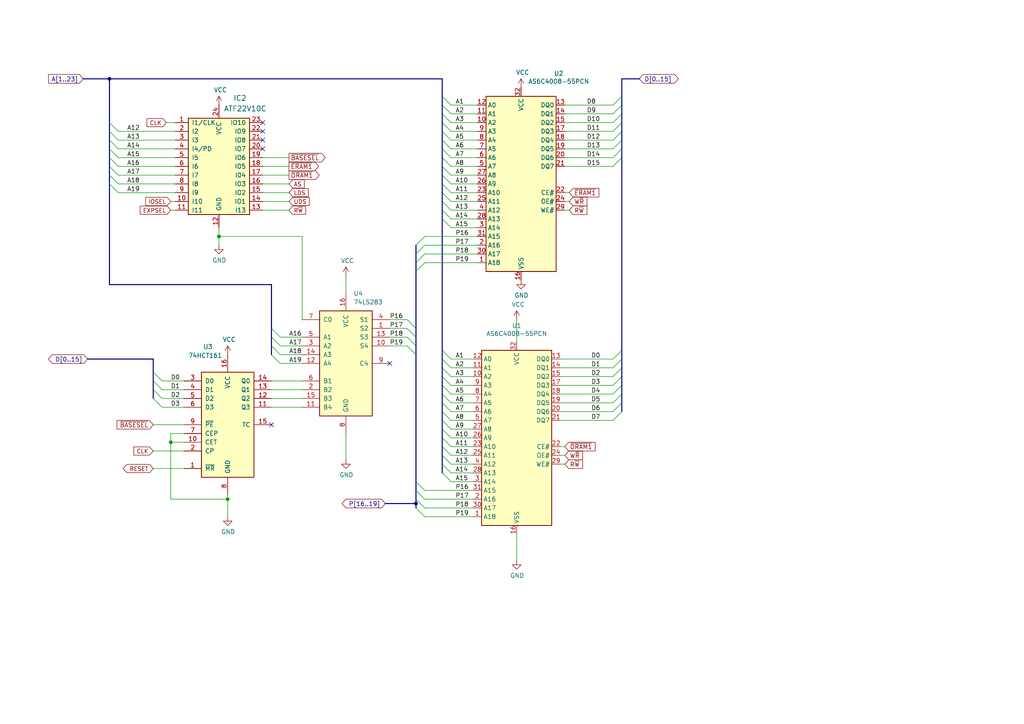
<source format=kicad_sch>
(kicad_sch (version 20231120) (generator "eeschema") (generator_version "8.0")
  (paper "A4")
  (lib_symbols
    (symbol "74xx:74LS161" (pin_names (offset 1.016))
      (property "Reference" "U" (at -7.62 16.51 0))
      (property "Value" "74LS161" (at -7.62 -16.51 0))
      (symbol "74LS161_1_0"
        (pin input line (at -12.7 -12.7 0) (length 5.08) (name "~{MR}") (number "1"))
        (pin input line (at -12.7 -5.08 0) (length 5.08) (name "CET") (number "10"))
        (pin output line (at 12.7 5.08 180) (length 5.08) (name "Q3") (number "11"))
        (pin output line (at 12.7 7.62 180) (length 5.08) (name "Q2") (number "12"))
        (pin output line (at 12.7 10.16 180) (length 5.08) (name "Q1") (number "13"))
        (pin output line (at 12.7 12.7 180) (length 5.08) (name "Q0") (number "14"))
        (pin output line (at 12.7 0 180) (length 5.08) (name "TC") (number "15"))
        (pin power_in line (at 0 20.32 270) (length 5.08) (name "VCC") (number "16"))
        (pin input line (at -12.7 -7.62 0) (length 5.08) (name "CP") (number "2"))
        (pin input line (at -12.7 12.7 0) (length 5.08) (name "D0") (number "3"))
        (pin input line (at -12.7 10.16 0) (length 5.08) (name "D1") (number "4"))
        (pin input line (at -12.7 7.62 0) (length 5.08) (name "D2") (number "5"))
        (pin input line (at -12.7 5.08 0) (length 5.08) (name "D3") (number "6"))
        (pin input line (at -12.7 -2.54 0) (length 5.08) (name "CEP") (number "7"))
        (pin power_in line (at 0 -20.32 90) (length 5.08) (name "GND") (number "8"))
        (pin input line (at -12.7 0 0) (length 5.08) (name "~{PE}") (number "9"))
      )
      (symbol "74LS161_1_1"
        (rectangle (start -7.62 15.24) (end 7.62 -15.24) (stroke (width 0.254)) (fill (type background)))
      )
    )
    (symbol "74xx:74LS283" (pin_names (offset 1.016))
      (property "Reference" "U" (at -7.62 16.51 0))
      (property "Value" "74LS283" (at -7.62 -16.51 0))
      (symbol "74LS283_1_0"
        (pin output line (at 12.7 10.16 180) (length 5.08) (name "S2") (number "1"))
        (pin output line (at 12.7 5.08 180) (length 5.08) (name "S4") (number "10"))
        (pin input line (at -12.7 -12.7 0) (length 5.08) (name "B4") (number "11"))
        (pin input line (at -12.7 0 0) (length 5.08) (name "A4") (number "12"))
        (pin output line (at 12.7 7.62 180) (length 5.08) (name "S3") (number "13"))
        (pin input line (at -12.7 2.54 0) (length 5.08) (name "A3") (number "14"))
        (pin input line (at -12.7 -10.16 0) (length 5.08) (name "B3") (number "15"))
        (pin power_in line (at 0 20.32 270) (length 5.08) (name "VCC") (number "16"))
        (pin input line (at -12.7 -7.62 0) (length 5.08) (name "B2") (number "2"))
        (pin input line (at -12.7 5.08 0) (length 5.08) (name "A2") (number "3"))
        (pin output line (at 12.7 12.7 180) (length 5.08) (name "S1") (number "4"))
        (pin input line (at -12.7 7.62 0) (length 5.08) (name "A1") (number "5"))
        (pin input line (at -12.7 -5.08 0) (length 5.08) (name "B1") (number "6"))
        (pin input line (at -12.7 12.7 0) (length 5.08) (name "C0") (number "7"))
        (pin power_in line (at 0 -20.32 90) (length 5.08) (name "GND") (number "8"))
        (pin output line (at 12.7 0 180) (length 5.08) (name "C4") (number "9"))
      )
      (symbol "74LS283_1_1"
        (rectangle (start -7.62 15.24) (end 7.62 -15.24) (stroke (width 0.254)) (fill (type background)))
      )
    )
    (symbol "Memory_RAM:AS6C4008-55PCN"
      (property "Reference" "U" (at -10.16 26.035 0))
      (property "Value" "AS6C4008-55PCN" (at 2.54 26.035 0))
      (symbol "AS6C4008-55PCN_0_0"
        (pin power_in line (at 0 -27.94 90) (length 2.54) (name "VSS") (number "16"))
        (pin power_in line (at 0 27.94 270) (length 2.54) (name "VCC") (number "32"))
      )
      (symbol "AS6C4008-55PCN_0_1"
        (rectangle (start -10.16 25.4) (end 10.16 -25.4) (stroke (width 0.254)) (fill (type background)))
      )
      (symbol "AS6C4008-55PCN_1_1"
        (pin input line (at -12.7 -22.86 0) (length 2.54) (name "A18") (number "1"))
        (pin input line (at -12.7 17.78 0) (length 2.54) (name "A2") (number "10"))
        (pin input line (at -12.7 20.32 0) (length 2.54) (name "A1") (number "11"))
        (pin input line (at -12.7 22.86 0) (length 2.54) (name "A0") (number "12"))
        (pin tri_state line (at 12.7 22.86 180) (length 2.54) (name "DQ0") (number "13"))
        (pin tri_state line (at 12.7 20.32 180) (length 2.54) (name "DQ1") (number "14"))
        (pin tri_state line (at 12.7 17.78 180) (length 2.54) (name "DQ2") (number "15"))
        (pin tri_state line (at 12.7 15.24 180) (length 2.54) (name "DQ3") (number "17"))
        (pin tri_state line (at 12.7 12.7 180) (length 2.54) (name "DQ4") (number "18"))
        (pin tri_state line (at 12.7 10.16 180) (length 2.54) (name "DQ5") (number "19"))
        (pin input line (at -12.7 -17.78 0) (length 2.54) (name "A16") (number "2"))
        (pin tri_state line (at 12.7 7.62 180) (length 2.54) (name "DQ6") (number "20"))
        (pin tri_state line (at 12.7 5.08 180) (length 2.54) (name "DQ7") (number "21"))
        (pin input line (at 12.7 -2.54 180) (length 2.54) (name "CE#") (number "22"))
        (pin input line (at -12.7 -2.54 0) (length 2.54) (name "A10") (number "23"))
        (pin input line (at 12.7 -5.08 180) (length 2.54) (name "OE#") (number "24"))
        (pin input line (at -12.7 -5.08 0) (length 2.54) (name "A11") (number "25"))
        (pin input line (at -12.7 0 0) (length 2.54) (name "A9") (number "26"))
        (pin input line (at -12.7 2.54 0) (length 2.54) (name "A8") (number "27"))
        (pin input line (at -12.7 -10.16 0) (length 2.54) (name "A13") (number "28"))
        (pin input line (at 12.7 -7.62 180) (length 2.54) (name "WE#") (number "29"))
        (pin input line (at -12.7 -12.7 0) (length 2.54) (name "A14") (number "3"))
        (pin input line (at -12.7 -20.32 0) (length 2.54) (name "A17") (number "30"))
        (pin input line (at -12.7 -15.24 0) (length 2.54) (name "A15") (number "31"))
        (pin input line (at -12.7 -7.62 0) (length 2.54) (name "A12") (number "4"))
        (pin input line (at -12.7 5.08 0) (length 2.54) (name "A7") (number "5"))
        (pin input line (at -12.7 7.62 0) (length 2.54) (name "A6") (number "6"))
        (pin input line (at -12.7 10.16 0) (length 2.54) (name "A5") (number "7"))
        (pin input line (at -12.7 12.7 0) (length 2.54) (name "A4") (number "8"))
        (pin input line (at -12.7 15.24 0) (length 2.54) (name "A3") (number "9"))
      )
    )
    (symbol "power:GND" (power) (pin_numbers hide) (pin_names (offset 0) hide)
      (property "Value" "GND" (at 0 -3.81 0))
      (symbol "GND_0_1"
        (polyline (pts (xy 0 0) (xy 0 -1.27) (xy 1.27 -1.27) (xy 0 -2.54) (xy -1.27 -1.27) (xy 0 -1.27)))
      )
      (symbol "GND_1_1"
        (pin power_in line (at 0 0 270) (length 0) (name "~") (number "1"))
      )
    )
    (symbol "power:VCC" (power) (pin_numbers hide) (pin_names (offset 0) hide)
      (property "Value" "VCC" (at 0 3.556 0))
      (symbol "VCC_0_1"
        (polyline (pts (xy -0.762 1.27) (xy 0 2.54)))
        (polyline (pts (xy 0 0) (xy 0 2.54)))
        (polyline (pts (xy 0 2.54) (xy 0.762 1.27)))
      )
      (symbol "VCC_1_1"
        (pin power_in line (at 0 0 90) (length 0) (name "~") (number "1"))
      )
    )
    (symbol "rosco_m68k-rescue:GAL22V10" (pin_names (offset 1.016))
      (property "Reference" "IC" (at -8.89 16.51 0))
      (property "Value" "GAL22V10" (at 1.27 16.51 0))
      (symbol "GAL22V10_0_0"
        (pin power_in line (at 0 -17.78 90) (length 3.81) (name "GND") (number "12"))
        (pin power_in line (at 0 17.78 270) (length 3.81) (name "VCC") (number "24"))
      )
      (symbol "GAL22V10_0_1"
        (rectangle (start -8.89 13.97) (end 8.89 -13.97) (stroke (width 0.254)) (fill (type background)))
      )
      (symbol "GAL22V10_1_1"
        (pin input line (at -12.7 12.7 0) (length 3.81) (name "I1/CLK") (number "1"))
        (pin input line (at -12.7 -10.16 0) (length 3.81) (name "I10") (number "10"))
        (pin input line (at -12.7 -12.7 0) (length 3.81) (name "I11") (number "11"))
        (pin input line (at 12.7 -12.7 180) (length 3.81) (name "I13") (number "13"))
        (pin bidirectional line (at 12.7 -10.16 180) (length 3.81) (name "IO1") (number "14"))
        (pin bidirectional line (at 12.7 -7.62 180) (length 3.81) (name "IO2") (number "15"))
        (pin bidirectional line (at 12.7 -5.08 180) (length 3.81) (name "IO3") (number "16"))
        (pin bidirectional line (at 12.7 -2.54 180) (length 3.81) (name "I04") (number "17"))
        (pin bidirectional line (at 12.7 0 180) (length 3.81) (name "IO5") (number "18"))
        (pin bidirectional line (at 12.7 2.54 180) (length 3.81) (name "IO6") (number "19"))
        (pin input line (at -12.7 10.16 0) (length 3.81) (name "I2") (number "2"))
        (pin bidirectional line (at 12.7 5.08 180) (length 3.81) (name "IO7") (number "20"))
        (pin bidirectional line (at 12.7 7.62 180) (length 3.81) (name "IO8") (number "21"))
        (pin bidirectional line (at 12.7 10.16 180) (length 3.81) (name "IO9") (number "22"))
        (pin bidirectional line (at 12.7 12.7 180) (length 3.81) (name "IO10") (number "23"))
        (pin input line (at -12.7 7.62 0) (length 3.81) (name "I3") (number "3"))
        (pin input line (at -12.7 5.08 0) (length 3.81) (name "I4/PD") (number "4"))
        (pin input line (at -12.7 2.54 0) (length 3.81) (name "I5") (number "5"))
        (pin input line (at -12.7 0 0) (length 3.81) (name "I6") (number "6"))
        (pin input line (at -12.7 -2.54 0) (length 3.81) (name "I7") (number "7"))
        (pin input line (at -12.7 -5.08 0) (length 3.81) (name "I8") (number "8"))
        (pin input line (at -12.7 -7.62 0) (length 3.81) (name "I9") (number "9"))
      )
    )
  )
  (junction (at 66.04 144.78))
  (junction (at 49.53 128.27))
  (junction (at 31.75 22.86))
  (junction (at 120.65 146.05))
  (junction (at 63.5 68.58))
  (no_connect (at 76.2 43.18))
  (no_connect (at 78.74 123.19))
  (no_connect (at 113.03 105.41))
  (no_connect (at 76.2 40.64))
  (no_connect (at 76.2 38.1))
  (no_connect (at 76.2 35.56))
  (bus_entry (at 128.27 48.26) (size 2.54 2.54))
  (bus_entry (at 128.27 121.92) (size 2.54 2.54))
  (bus_entry (at 128.27 53.34) (size 2.54 2.54))
  (bus_entry (at 128.27 134.62) (size 2.54 2.54))
  (bus_entry (at 177.8 121.92) (size 2.54 -2.54))
  (bus_entry (at 128.27 109.22) (size 2.54 2.54))
  (bus_entry (at 177.8 109.22) (size 2.54 -2.54))
  (bus_entry (at 177.8 48.26) (size 2.54 -2.54))
  (bus_entry (at 44.45 107.95) (size 2.54 2.54))
  (bus_entry (at 177.8 30.48) (size 2.54 -2.54))
  (bus_entry (at 120.65 71.12) (size 2.54 -2.54))
  (bus_entry (at 31.75 43.18) (size 2.54 2.54))
  (bus_entry (at 120.65 76.2) (size 2.54 -2.54))
  (bus_entry (at 128.27 127) (size 2.54 2.54))
  (bus_entry (at 31.75 40.64) (size 2.54 2.54))
  (bus_entry (at 177.8 119.38) (size 2.54 -2.54))
  (bus_entry (at 177.8 114.3) (size 2.54 -2.54))
  (bus_entry (at 44.45 113.03) (size 2.54 2.54))
  (bus_entry (at 128.27 106.68) (size 2.54 2.54))
  (bus_entry (at 177.8 38.1) (size 2.54 -2.54))
  (bus_entry (at 120.65 147.32) (size 2.54 2.54))
  (bus_entry (at 128.27 101.6) (size 2.54 2.54))
  (bus_entry (at 177.8 40.64) (size 2.54 -2.54))
  (bus_entry (at 177.8 33.02) (size 2.54 -2.54))
  (bus_entry (at 128.27 30.48) (size 2.54 2.54))
  (bus_entry (at 177.8 35.56) (size 2.54 -2.54))
  (bus_entry (at 128.27 124.46) (size 2.54 2.54))
  (bus_entry (at 44.45 115.57) (size 2.54 2.54))
  (bus_entry (at 128.27 116.84) (size 2.54 2.54))
  (bus_entry (at 120.65 73.66) (size 2.54 -2.54))
  (bus_entry (at 118.11 95.25) (size 2.54 2.54))
  (bus_entry (at 44.45 110.49) (size 2.54 2.54))
  (bus_entry (at 177.8 111.76) (size 2.54 -2.54))
  (bus_entry (at 128.27 60.96) (size 2.54 2.54))
  (bus_entry (at 128.27 45.72) (size 2.54 2.54))
  (bus_entry (at 128.27 129.54) (size 2.54 2.54))
  (bus_entry (at 78.74 100.33) (size 2.54 2.54))
  (bus_entry (at 128.27 55.88) (size 2.54 2.54))
  (bus_entry (at 128.27 43.18) (size 2.54 2.54))
  (bus_entry (at 128.27 114.3) (size 2.54 2.54))
  (bus_entry (at 177.8 116.84) (size 2.54 -2.54))
  (bus_entry (at 177.8 104.14) (size 2.54 -2.54))
  (bus_entry (at 128.27 27.94) (size 2.54 2.54))
  (bus_entry (at 118.11 100.33) (size 2.54 2.54))
  (bus_entry (at 177.8 106.68) (size 2.54 -2.54))
  (bus_entry (at 128.27 63.5) (size 2.54 2.54))
  (bus_entry (at 118.11 92.71) (size 2.54 2.54))
  (bus_entry (at 128.27 38.1) (size 2.54 2.54))
  (bus_entry (at 120.65 139.7) (size 2.54 2.54))
  (bus_entry (at 31.75 38.1) (size 2.54 2.54))
  (bus_entry (at 128.27 119.38) (size 2.54 2.54))
  (bus_entry (at 31.75 35.56) (size 2.54 2.54))
  (bus_entry (at 128.27 58.42) (size 2.54 2.54))
  (bus_entry (at 128.27 132.08) (size 2.54 2.54))
  (bus_entry (at 118.11 97.79) (size 2.54 2.54))
  (bus_entry (at 128.27 104.14) (size 2.54 2.54))
  (bus_entry (at 78.74 95.25) (size 2.54 2.54))
  (bus_entry (at 31.75 50.8) (size 2.54 2.54))
  (bus_entry (at 31.75 53.34) (size 2.54 2.54))
  (bus_entry (at 128.27 35.56) (size 2.54 2.54))
  (bus_entry (at 128.27 137.16) (size 2.54 2.54))
  (bus_entry (at 128.27 50.8) (size 2.54 2.54))
  (bus_entry (at 120.65 78.74) (size 2.54 -2.54))
  (bus_entry (at 120.65 144.78) (size 2.54 2.54))
  (bus_entry (at 177.8 43.18) (size 2.54 -2.54))
  (bus_entry (at 78.74 102.87) (size 2.54 2.54))
  (bus_entry (at 128.27 111.76) (size 2.54 2.54))
  (bus_entry (at 120.65 142.24) (size 2.54 2.54))
  (bus_entry (at 31.75 45.72) (size 2.54 2.54))
  (bus_entry (at 128.27 33.02) (size 2.54 2.54))
  (bus_entry (at 78.74 97.79) (size 2.54 2.54))
  (bus_entry (at 128.27 40.64) (size 2.54 2.54))
  (bus_entry (at 31.75 48.26) (size 2.54 2.54))
  (bus_entry (at 177.8 45.72) (size 2.54 -2.54))
  (wire (pts (xy 130.81 104.14) (xy 137.16 104.14)))
  (bus (pts (xy 31.75 38.1) (xy 31.75 40.64)))
  (wire (pts (xy 34.29 40.64) (xy 50.8 40.64)))
  (bus (pts (xy 180.34 109.22) (xy 180.34 111.76)))
  (bus (pts (xy 180.34 27.94) (xy 180.34 30.48)))
  (wire (pts (xy 162.56 111.76) (xy 177.8 111.76)))
  (wire (pts (xy 130.81 111.76) (xy 137.16 111.76)))
  (bus (pts (xy 44.45 104.14) (xy 44.45 107.95)))
  (wire (pts (xy 34.29 38.1) (xy 50.8 38.1)))
  (wire (pts (xy 113.03 95.25) (xy 118.11 95.25)))
  (wire (pts (xy 163.83 30.48) (xy 177.8 30.48)))
  (wire (pts (xy 81.28 105.41) (xy 87.63 105.41)))
  (bus (pts (xy 180.34 43.18) (xy 180.34 45.72)))
  (bus (pts (xy 128.27 127) (xy 128.27 129.54)))
  (wire (pts (xy 44.45 123.19) (xy 53.34 123.19)))
  (wire (pts (xy 76.2 53.34) (xy 83.82 53.34)))
  (wire (pts (xy 113.03 97.79) (xy 118.11 97.79)))
  (wire (pts (xy 130.81 30.48) (xy 138.43 30.48)))
  (bus (pts (xy 24.13 22.86) (xy 31.75 22.86)))
  (bus (pts (xy 180.34 40.64) (xy 180.34 43.18)))
  (bus (pts (xy 128.27 109.22) (xy 128.27 111.76)))
  (bus (pts (xy 185.42 22.86) (xy 180.34 22.86)))
  (wire (pts (xy 163.83 48.26) (xy 177.8 48.26)))
  (bus (pts (xy 128.27 119.38) (xy 128.27 121.92)))
  (wire (pts (xy 46.99 110.49) (xy 53.34 110.49)))
  (bus (pts (xy 128.27 45.72) (xy 128.27 48.26)))
  (wire (pts (xy 113.03 100.33) (xy 118.11 100.33)))
  (wire (pts (xy 130.81 132.08) (xy 137.16 132.08)))
  (wire (pts (xy 162.56 134.62) (xy 163.83 134.62)))
  (wire (pts (xy 130.81 53.34) (xy 138.43 53.34)))
  (wire (pts (xy 113.03 92.71) (xy 118.11 92.71)))
  (wire (pts (xy 130.81 48.26) (xy 138.43 48.26)))
  (wire (pts (xy 162.56 116.84) (xy 177.8 116.84)))
  (bus (pts (xy 128.27 129.54) (xy 128.27 132.08)))
  (bus (pts (xy 120.65 76.2) (xy 120.65 78.74)))
  (wire (pts (xy 123.19 144.78) (xy 137.16 144.78)))
  (wire (pts (xy 46.99 115.57) (xy 53.34 115.57)))
  (bus (pts (xy 128.27 63.5) (xy 128.27 101.6)))
  (wire (pts (xy 130.81 40.64) (xy 138.43 40.64)))
  (wire (pts (xy 49.53 128.27) (xy 53.34 128.27)))
  (wire (pts (xy 46.99 118.11) (xy 53.34 118.11)))
  (wire (pts (xy 130.81 124.46) (xy 137.16 124.46)))
  (wire (pts (xy 130.81 43.18) (xy 138.43 43.18)))
  (bus (pts (xy 128.27 22.86) (xy 128.27 27.94)))
  (bus (pts (xy 128.27 60.96) (xy 128.27 63.5)))
  (bus (pts (xy 31.75 22.86) (xy 128.27 22.86)))
  (wire (pts (xy 162.56 114.3) (xy 177.8 114.3)))
  (wire (pts (xy 162.56 121.92) (xy 177.8 121.92)))
  (wire (pts (xy 49.53 125.73) (xy 49.53 128.27)))
  (wire (pts (xy 44.45 130.81) (xy 53.34 130.81)))
  (wire (pts (xy 66.04 143.51) (xy 66.04 144.78)))
  (wire (pts (xy 162.56 106.68) (xy 177.8 106.68)))
  (wire (pts (xy 163.83 33.02) (xy 177.8 33.02)))
  (wire (pts (xy 130.81 114.3) (xy 137.16 114.3)))
  (wire (pts (xy 81.28 97.79) (xy 87.63 97.79)))
  (wire (pts (xy 78.74 110.49) (xy 87.63 110.49)))
  (wire (pts (xy 149.86 154.94) (xy 149.86 162.56)))
  (wire (pts (xy 49.53 60.96) (xy 50.8 60.96)))
  (bus (pts (xy 180.34 33.02) (xy 180.34 35.56)))
  (wire (pts (xy 130.81 63.5) (xy 138.43 63.5)))
  (wire (pts (xy 162.56 119.38) (xy 177.8 119.38)))
  (wire (pts (xy 130.81 55.88) (xy 138.43 55.88)))
  (wire (pts (xy 76.2 60.96) (xy 83.82 60.96)))
  (wire (pts (xy 163.83 55.88) (xy 165.1 55.88)))
  (wire (pts (xy 130.81 127) (xy 137.16 127)))
  (bus (pts (xy 78.74 95.25) (xy 78.74 82.55)))
  (wire (pts (xy 34.29 43.18) (xy 50.8 43.18)))
  (wire (pts (xy 130.81 116.84) (xy 137.16 116.84)))
  (wire (pts (xy 63.5 68.58) (xy 63.5 66.04)))
  (bus (pts (xy 128.27 124.46) (xy 128.27 127)))
  (bus (pts (xy 78.74 102.87) (xy 78.74 100.33)))
  (wire (pts (xy 130.81 45.72) (xy 138.43 45.72)))
  (bus (pts (xy 31.75 22.86) (xy 31.75 35.56)))
  (bus (pts (xy 128.27 114.3) (xy 128.27 116.84)))
  (bus (pts (xy 31.75 40.64) (xy 31.75 43.18)))
  (wire (pts (xy 66.04 144.78) (xy 66.04 149.86)))
  (wire (pts (xy 78.74 115.57) (xy 87.63 115.57)))
  (bus (pts (xy 180.34 38.1) (xy 180.34 40.64)))
  (wire (pts (xy 34.29 50.8) (xy 50.8 50.8)))
  (bus (pts (xy 111.76 146.05) (xy 120.65 146.05)))
  (wire (pts (xy 123.19 76.2) (xy 138.43 76.2)))
  (bus (pts (xy 120.65 95.25) (xy 120.65 97.79)))
  (bus (pts (xy 120.65 139.7) (xy 120.65 142.24)))
  (bus (pts (xy 128.27 40.64) (xy 128.27 43.18)))
  (wire (pts (xy 130.81 35.56) (xy 138.43 35.56)))
  (wire (pts (xy 130.81 106.68) (xy 137.16 106.68)))
  (bus (pts (xy 180.34 106.68) (xy 180.34 109.22)))
  (bus (pts (xy 180.34 30.48) (xy 180.34 33.02)))
  (bus (pts (xy 120.65 144.78) (xy 120.65 146.05)))
  (wire (pts (xy 123.19 147.32) (xy 137.16 147.32)))
  (bus (pts (xy 128.27 33.02) (xy 128.27 35.56)))
  (wire (pts (xy 130.81 137.16) (xy 137.16 137.16)))
  (wire (pts (xy 163.83 45.72) (xy 177.8 45.72)))
  (wire (pts (xy 44.45 135.89) (xy 53.34 135.89)))
  (bus (pts (xy 128.27 121.92) (xy 128.27 124.46)))
  (bus (pts (xy 78.74 97.79) (xy 78.74 95.25)))
  (wire (pts (xy 100.33 80.01) (xy 100.33 85.09)))
  (bus (pts (xy 128.27 132.08) (xy 128.27 134.62)))
  (bus (pts (xy 128.27 43.18) (xy 128.27 45.72)))
  (bus (pts (xy 31.75 50.8) (xy 31.75 53.34)))
  (wire (pts (xy 123.19 71.12) (xy 138.43 71.12)))
  (wire (pts (xy 76.2 55.88) (xy 83.82 55.88)))
  (wire (pts (xy 34.29 55.88) (xy 50.8 55.88)))
  (bus (pts (xy 120.65 73.66) (xy 120.65 76.2)))
  (bus (pts (xy 44.45 113.03) (xy 44.45 115.57)))
  (bus (pts (xy 128.27 50.8) (xy 128.27 53.34)))
  (wire (pts (xy 123.19 68.58) (xy 138.43 68.58)))
  (wire (pts (xy 130.81 119.38) (xy 137.16 119.38)))
  (wire (pts (xy 163.83 43.18) (xy 177.8 43.18)))
  (bus (pts (xy 44.45 110.49) (xy 44.45 113.03)))
  (wire (pts (xy 76.2 48.26) (xy 83.82 48.26)))
  (bus (pts (xy 180.34 104.14) (xy 180.34 106.68)))
  (wire (pts (xy 63.5 68.58) (xy 87.63 68.58)))
  (wire (pts (xy 163.83 38.1) (xy 177.8 38.1)))
  (wire (pts (xy 87.63 92.71) (xy 87.63 68.58)))
  (wire (pts (xy 130.81 109.22) (xy 137.16 109.22)))
  (bus (pts (xy 128.27 116.84) (xy 128.27 119.38)))
  (wire (pts (xy 123.19 73.66) (xy 138.43 73.66)))
  (bus (pts (xy 180.34 45.72) (xy 180.34 101.6)))
  (bus (pts (xy 128.27 58.42) (xy 128.27 60.96)))
  (bus (pts (xy 120.65 97.79) (xy 120.65 100.33)))
  (wire (pts (xy 76.2 58.42) (xy 83.82 58.42)))
  (bus (pts (xy 128.27 53.34) (xy 128.27 55.88)))
  (bus (pts (xy 128.27 48.26) (xy 128.27 50.8)))
  (bus (pts (xy 120.65 100.33) (xy 120.65 102.87)))
  (bus (pts (xy 128.27 111.76) (xy 128.27 114.3)))
  (bus (pts (xy 128.27 30.48) (xy 128.27 33.02)))
  (wire (pts (xy 163.83 60.96) (xy 165.1 60.96)))
  (wire (pts (xy 163.83 58.42) (xy 165.1 58.42)))
  (bus (pts (xy 78.74 100.33) (xy 78.74 97.79)))
  (bus (pts (xy 128.27 101.6) (xy 128.27 104.14)))
  (bus (pts (xy 120.65 142.24) (xy 120.65 144.78)))
  (bus (pts (xy 128.27 106.68) (xy 128.27 109.22)))
  (wire (pts (xy 130.81 139.7) (xy 137.16 139.7)))
  (wire (pts (xy 130.81 58.42) (xy 138.43 58.42)))
  (wire (pts (xy 49.53 58.42) (xy 50.8 58.42)))
  (wire (pts (xy 100.33 125.73) (xy 100.33 133.35)))
  (bus (pts (xy 180.34 101.6) (xy 180.34 104.14)))
  (wire (pts (xy 76.2 45.72) (xy 83.82 45.72)))
  (wire (pts (xy 53.34 125.73) (xy 49.53 125.73)))
  (wire (pts (xy 34.29 45.72) (xy 50.8 45.72)))
  (wire (pts (xy 34.29 53.34) (xy 50.8 53.34)))
  (wire (pts (xy 81.28 102.87) (xy 87.63 102.87)))
  (bus (pts (xy 120.65 71.12) (xy 120.65 73.66)))
  (bus (pts (xy 120.65 146.05) (xy 120.65 147.32)))
  (wire (pts (xy 149.86 92.71) (xy 149.86 99.06)))
  (bus (pts (xy 180.34 35.56) (xy 180.34 38.1)))
  (wire (pts (xy 63.5 71.12) (xy 63.5 68.58)))
  (wire (pts (xy 162.56 129.54) (xy 163.83 129.54)))
  (wire (pts (xy 78.74 113.03) (xy 87.63 113.03)))
  (bus (pts (xy 120.65 102.87) (xy 120.65 139.7)))
  (bus (pts (xy 180.34 114.3) (xy 180.34 116.84)))
  (bus (pts (xy 31.75 82.55) (xy 31.75 53.34)))
  (wire (pts (xy 162.56 104.14) (xy 177.8 104.14)))
  (wire (pts (xy 48.26 35.56) (xy 50.8 35.56)))
  (bus (pts (xy 128.27 27.94) (xy 128.27 30.48)))
  (bus (pts (xy 78.74 82.55) (xy 31.75 82.55)))
  (bus (pts (xy 25.4 104.14) (xy 44.45 104.14)))
  (wire (pts (xy 46.99 113.03) (xy 53.34 113.03)))
  (bus (pts (xy 128.27 134.62) (xy 128.27 137.16)))
  (bus (pts (xy 128.27 38.1) (xy 128.27 40.64)))
  (wire (pts (xy 78.74 118.11) (xy 87.63 118.11)))
  (wire (pts (xy 130.81 66.04) (xy 138.43 66.04)))
  (wire (pts (xy 163.83 35.56) (xy 177.8 35.56)))
  (wire (pts (xy 130.81 33.02) (xy 138.43 33.02)))
  (bus (pts (xy 180.34 111.76) (xy 180.34 114.3)))
  (wire (pts (xy 76.2 50.8) (xy 83.82 50.8)))
  (wire (pts (xy 130.81 121.92) (xy 137.16 121.92)))
  (wire (pts (xy 123.19 149.86) (xy 137.16 149.86)))
  (bus (pts (xy 180.34 22.86) (xy 180.34 27.94)))
  (bus (pts (xy 31.75 35.56) (xy 31.75 38.1)))
  (wire (pts (xy 130.81 38.1) (xy 138.43 38.1)))
  (bus (pts (xy 180.34 116.84) (xy 180.34 119.38)))
  (wire (pts (xy 123.19 142.24) (xy 137.16 142.24)))
  (wire (pts (xy 130.81 129.54) (xy 137.16 129.54)))
  (bus (pts (xy 128.27 55.88) (xy 128.27 58.42)))
  (wire (pts (xy 81.28 100.33) (xy 87.63 100.33)))
  (wire (pts (xy 162.56 109.22) (xy 177.8 109.22)))
  (wire (pts (xy 49.53 144.78) (xy 66.04 144.78)))
  (bus (pts (xy 128.27 104.14) (xy 128.27 106.68)))
  (bus (pts (xy 31.75 45.72) (xy 31.75 48.26)))
  (bus (pts (xy 120.65 78.74) (xy 120.65 95.25)))
  (wire (pts (xy 130.81 134.62) (xy 137.16 134.62)))
  (wire (pts (xy 49.53 128.27) (xy 49.53 144.78)))
  (bus (pts (xy 44.45 107.95) (xy 44.45 110.49)))
  (bus (pts (xy 128.27 35.56) (xy 128.27 38.1)))
  (wire (pts (xy 130.81 50.8) (xy 138.43 50.8)))
  (wire (pts (xy 162.56 132.08) (xy 163.83 132.08)))
  (wire (pts (xy 163.83 40.64) (xy 177.8 40.64)))
  (bus (pts (xy 31.75 43.18) (xy 31.75 45.72)))
  (wire (pts (xy 130.81 60.96) (xy 138.43 60.96)))
  (wire (pts (xy 34.29 48.26) (xy 50.8 48.26)))
  (bus (pts (xy 31.75 48.26) (xy 31.75 50.8)))
  (label "P19" (at 132.08 149.86 0))
  (label "P19" (at 113.03 100.33 0))
  (label "A5" (at 132.08 114.3 0))
  (label "P19" (at 132.08 76.2 0))
  (label "A13" (at 132.08 134.62 0))
  (label "A10" (at 132.08 53.34 0))
  (label "A18" (at 36.83 53.34 0))
  (label "A12" (at 132.08 132.08 0))
  (label "P16" (at 113.03 92.71 0))
  (label "P16" (at 132.08 68.58 0))
  (label "D13" (at 170.18 43.18 0))
  (label "P17" (at 132.08 144.78 0))
  (label "A12" (at 36.83 38.1 0))
  (label "A4" (at 132.08 38.1 0))
  (label "A18" (at 83.82 102.87 0))
  (label "A13" (at 36.83 40.64 0))
  (label "A15" (at 132.08 66.04 0))
  (label "A12" (at 132.08 58.42 0))
  (label "P16" (at 132.08 142.24 0))
  (label "P17" (at 132.08 71.12 0))
  (label "A11" (at 132.08 129.54 0))
  (label "P17" (at 113.03 95.25 0))
  (label "D9" (at 170.18 33.02 0))
  (label "D1" (at 49.53 113.03 0))
  (label "A2" (at 132.08 33.02 0))
  (label "A2" (at 132.08 106.68 0))
  (label "A3" (at 132.08 35.56 0))
  (label "A1" (at 132.08 104.14 0))
  (label "A8" (at 132.08 121.92 0))
  (label "A4" (at 132.08 111.76 0))
  (label "A16" (at 36.83 48.26 0))
  (label "D8" (at 170.18 30.48 0))
  (label "A1" (at 132.08 30.48 0))
  (label "A7" (at 132.08 119.38 0))
  (label "P18" (at 113.03 97.79 0))
  (label "A15" (at 132.08 139.7 0))
  (label "A15" (at 36.83 45.72 0))
  (label "A3" (at 132.08 109.22 0))
  (label "A14" (at 36.83 43.18 0))
  (label "A6" (at 132.08 116.84 0))
  (label "D11" (at 170.18 38.1 0))
  (label "D4" (at 171.45 114.3 0))
  (label "D2" (at 171.45 109.22 0))
  (label "A19" (at 36.83 55.88 0))
  (label "D1" (at 171.45 106.68 0))
  (label "A6" (at 132.08 43.18 0))
  (label "A10" (at 132.08 127 0))
  (label "A9" (at 132.08 124.46 0))
  (label "A14" (at 132.08 63.5 0))
  (label "A7" (at 132.08 45.72 0))
  (label "D14" (at 170.18 45.72 0))
  (label "D2" (at 49.53 115.57 0))
  (label "D15" (at 170.18 48.26 0))
  (label "A8" (at 132.08 48.26 0))
  (label "A5" (at 132.08 40.64 0))
  (label "D10" (at 170.18 35.56 0))
  (label "D3" (at 49.53 118.11 0))
  (label "P18" (at 132.08 73.66 0))
  (label "D6" (at 171.45 119.38 0))
  (label "A9" (at 132.08 50.8 0))
  (label "A14" (at 132.08 137.16 0))
  (label "A11" (at 132.08 55.88 0))
  (label "D7" (at 171.45 121.92 0))
  (label "A13" (at 132.08 60.96 0))
  (label "P18" (at 132.08 147.32 0))
  (label "A17" (at 36.83 50.8 0))
  (label "D12" (at 170.18 40.64 0))
  (label "A17" (at 83.82 100.33 0))
  (label "D0" (at 171.45 104.14 0))
  (label "D0" (at 49.53 110.49 0))
  (label "D5" (at 171.45 116.84 0))
  (label "D3" (at 171.45 111.76 0))
  (label "A16" (at 83.82 97.79 0))
  (label "A19" (at 83.82 105.41 0))
  (global_label "D[0..15]" (shape bidirectional) (at 25.4 104.14 180) (property "Intersheetrefs" "${INTERSHEET_REFS}" (effects (hide yes))))
  (global_label "CLK" (shape input) (at 44.45 130.81 180) (effects (font (size 1.1938 1.1938))) (property "Intersheetrefs" "${INTERSHEET_REFS}" (effects (hide yes))))
  (global_label "IOSEL" (shape input) (at 49.53 58.42 180) (effects (font (size 1.1938 1.1938))) (property "Intersheetrefs" "${INTERSHEET_REFS}" (effects (hide yes))))
  (global_label "P[16..19]" (shape bidirectional) (at 111.76 146.05 180) (property "Intersheetrefs" "${INTERSHEET_REFS}" (effects (hide yes))))
  (global_label "AS" (shape input) (at 83.82 53.34 0) (effects (font (size 1.1938 1.1938))) (property "Intersheetrefs" "${INTERSHEET_REFS}" (effects (hide yes))))
  (global_label "D[0..15]" (shape bidirectional) (at 185.42 22.86 0) (property "Intersheetrefs" "${INTERSHEET_REFS}" (effects (hide yes))))
  (global_label "~{BASESEL}" (shape input) (at 44.45 123.19 180) (property "Intersheetrefs" "${INTERSHEET_REFS}" (effects (hide yes))))
  (global_label "~{ORAM1}" (shape input) (at 163.83 129.54 0) (property "Intersheetrefs" "${INTERSHEET_REFS}" (effects (hide yes))))
  (global_label "~{BASESEL}" (shape output) (at 83.82 45.72 0) (property "Intersheetrefs" "${INTERSHEET_REFS}" (effects (hide yes))))
  (global_label "~{ERAM1}" (shape output) (at 83.82 48.26 0) (property "Intersheetrefs" "${INTERSHEET_REFS}" (effects (hide yes))))
  (global_label "EXPSEL" (shape input) (at 49.53 60.96 180) (effects (font (size 1.1938 1.1938))) (property "Intersheetrefs" "${INTERSHEET_REFS}" (effects (hide yes))))
  (global_label "~{ORAM1}" (shape output) (at 83.82 50.8 0) (property "Intersheetrefs" "${INTERSHEET_REFS}" (effects (hide yes))))
  (global_label "A[1..23]" (shape input) (at 24.13 22.86 180) (property "Intersheetrefs" "${INTERSHEET_REFS}" (effects (hide yes))))
  (global_label "RESET" (shape bidirectional) (at 44.45 135.89 180) (effects (font (size 1.1938 1.1938))) (property "Intersheetrefs" "${INTERSHEET_REFS}" (effects (hide yes))))
  (global_label "UDS" (shape input) (at 83.82 58.42 0) (effects (font (size 1.1938 1.1938))) (property "Intersheetrefs" "${INTERSHEET_REFS}" (effects (hide yes))))
  (global_label "R~{W}" (shape input) (at 83.82 60.96 0) (effects (font (size 1.1938 1.1938))) (property "Intersheetrefs" "${INTERSHEET_REFS}" (effects (hide yes))))
  (global_label "R~{W}" (shape input) (at 165.1 60.96 0) (property "Intersheetrefs" "${INTERSHEET_REFS}" (effects (hide yes))))
  (global_label "W~{R}" (shape input) (at 163.83 132.08 0) (property "Intersheetrefs" "${INTERSHEET_REFS}" (effects (hide yes))))
  (global_label "~{ERAM1}" (shape input) (at 165.1 55.88 0) (property "Intersheetrefs" "${INTERSHEET_REFS}" (effects (hide yes))))
  (global_label "LDS" (shape input) (at 83.82 55.88 0) (effects (font (size 1.1938 1.1938))) (property "Intersheetrefs" "${INTERSHEET_REFS}" (effects (hide yes))))
  (global_label "CLK" (shape input) (at 48.26 35.56 180) (effects (font (size 1.1938 1.1938))) (property "Intersheetrefs" "${INTERSHEET_REFS}" (effects (hide yes))))
  (global_label "R~{W}" (shape input) (at 163.83 134.62 0) (property "Intersheetrefs" "${INTERSHEET_REFS}" (effects (hide yes))))
  (global_label "W~{R}" (shape input) (at 165.1 58.42 0) (property "Intersheetrefs" "${INTERSHEET_REFS}" (effects (hide yes))))
  (symbol (lib_id "power:GND") (at 63.5 71.12 0) (unit 1)
    (property "Reference" "#PWR010" (effects (hide yes)))
    (property "Value" "GND" (at 63.627 75.5142 0))
  )
  (symbol (lib_id "Memory_RAM:AS6C4008-55PCN") (at 151.13 53.34 0) (unit 1)
    (property "Reference" "U2" (at 162.052 21.3106 0))
    (property "Value" "AS6C4008-55PCN" (at 162.052 23.622 0))
    (property "Footprint" "Package_DIP:DIP-32_W15.24mm" (effects (hide yes)))
    (property "Datasheet" "https://www.alliancememory.com/wp-content/uploads/pdf/AS6C4008.pdf" (effects (hide yes)))
  )
  (symbol (lib_id "power:GND") (at 149.86 162.56 0) (unit 1)
    (property "Reference" "#PWR015" (effects (hide yes)))
    (property "Value" "GND" (at 149.987 166.9542 0))
  )
  (symbol (lib_id "power:VCC") (at 149.86 92.71 0) (unit 1)
    (property "Reference" "#PWR016" (effects (hide yes)))
    (property "Value" "VCC" (at 150.2918 88.3158 0))
  )
  (symbol (lib_id "power:GND") (at 100.33 133.35 0) (unit 1)
    (property "Reference" "#PWR013" (effects (hide yes)))
    (property "Value" "GND" (at 100.457 137.7442 0))
  )
  (symbol (lib_id "rosco_m68k-rescue:GAL22V10") (at 63.5 48.26 0) (unit 1)
    (property "Reference" "IC2" (at 69.596 28.448 0) (effects (font (size 1.4986 1.4986))))
    (property "Value" "ATF22V10C" (at 71.12 31.496 0) (effects (font (size 1.4986 1.4986))))
    (property "Footprint" "Package_DIP:DIP-24_W7.62mm_Socket_LongPads" (effects (hide yes)))
    (property "Datasheet" "https://www.mouser.com/datasheet/2/268/doc0735-1369018.pdf" (effects (hide yes)))
  )
  (symbol (lib_id "power:VCC") (at 151.13 25.4 0) (unit 1)
    (property "Reference" "#PWR018" (effects (hide yes)))
    (property "Value" "VCC" (at 151.5618 21.0058 0))
  )
  (symbol (lib_id "power:VCC") (at 63.5 30.48 0) (unit 1)
    (property "Reference" "#PWR09" (effects (hide yes)))
    (property "Value" "VCC" (at 63.9318 26.0858 0))
  )
  (symbol (lib_id "power:GND") (at 66.04 149.86 0) (unit 1)
    (property "Reference" "#PWR011" (effects (hide yes)))
    (property "Value" "GND" (at 66.167 154.2542 0))
  )
  (symbol (lib_id "Memory_RAM:AS6C4008-55PCN") (at 149.86 127 0) (unit 1)
    (property "Reference" "U1" (at 149.86 94.4626 0))
    (property "Value" "AS6C4008-55PCN" (at 149.86 96.774 0))
    (property "Footprint" "Package_DIP:DIP-32_W15.24mm" (effects (hide yes)))
    (property "Datasheet" "https://www.alliancememory.com/wp-content/uploads/pdf/AS6C4008.pdf" (effects (hide yes)))
  )
  (symbol (lib_id "power:VCC") (at 100.33 80.01 0) (unit 1)
    (property "Reference" "#PWR012" (effects (hide yes)))
    (property "Value" "VCC" (at 100.7618 75.6158 0))
  )
  (symbol (lib_id "74xx:74LS283") (at 100.33 105.41 0) (unit 1)
    (property "Reference" "U4" (at 102.5241 85.09 0) (effects (justify left)))
    (property "Value" "74LS283" (at 102.5241 87.63 0) (effects (justify left)))
    (property "Footprint" "Package_DIP:DIP-16_W7.62mm" (effects (hide yes)))
    (property "Datasheet" "http://www.ti.com/lit/gpn/sn74LS283" (effects (hide yes)))
    (property "Description" "4-bit full Adder" (effects (hide yes)))
  )
  (symbol (lib_id "power:GND") (at 151.13 81.28 0) (unit 1)
    (property "Reference" "#PWR017" (effects (hide yes)))
    (property "Value" "GND" (at 151.257 85.6742 0))
  )
  (symbol (lib_id "74xx:74LS161") (at 66.04 123.19 0) (unit 1)
    (property "Reference" "U3" (at 58.928 100.584 0) (effects (justify left)))
    (property "Value" "74HCT161" (at 54.61 103.124 0) (effects (justify left)))
    (property "Footprint" "Package_DIP:DIP-16_W7.62mm" (effects (hide yes)))
    (property "Datasheet" "http://www.ti.com/lit/gpn/sn74LS161" (effects (hide yes)))
    (property "Description" "Synchronous 4-bit programmable binary Counter" (effects (hide yes)))
  )
  (symbol (lib_id "power:VCC") (at 66.04 102.87 0) (unit 1)
    (property "Reference" "#PWR014" (effects (hide yes)))
    (property "Value" "VCC" (at 66.4718 98.4758 0))
  )
)
</source>
